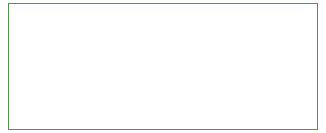
<source format=gbr>
G04 (created by PCBNEW (2013-07-07 BZR 4022)-stable) date 7/10/2015 1:05:57 PM*
%MOIN*%
G04 Gerber Fmt 3.4, Leading zero omitted, Abs format*
%FSLAX34Y34*%
G01*
G70*
G90*
G04 APERTURE LIST*
%ADD10C,0.00590551*%
%ADD11C,0.00393701*%
G04 APERTURE END LIST*
G54D10*
G54D11*
X84150Y-62950D02*
X84150Y-62900D01*
X84150Y-67100D02*
X84150Y-62950D01*
X73850Y-67100D02*
X84150Y-67100D01*
X73850Y-66950D02*
X73850Y-67100D01*
X73850Y-62900D02*
X73850Y-66950D01*
X84150Y-62900D02*
X73850Y-62900D01*
M02*

</source>
